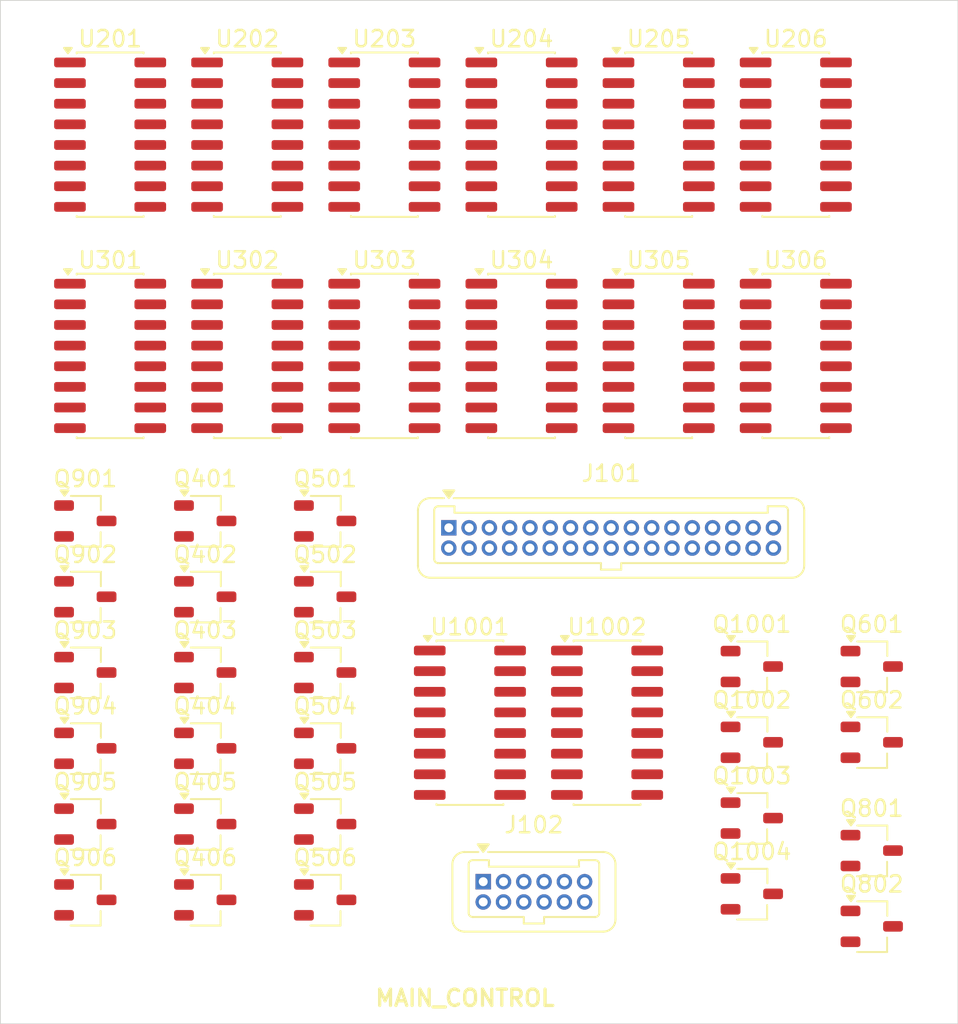
<source format=kicad_pcb>
(kicad_pcb (version 20241229) (generator "pcbnew") (generator_version "9.0")
  (layers (0 "F.Cu" signal) (2 "B.Cu" signal) (13 "F.Paste" user) (15 "B.Paste" user) (5 "F.SilkS" user "F.Silkscreen") (7 "B.SilkS" user "B.Silkscreen") (1 "F.Mask" user) (3 "B.Mask" user) (25 "Edge.Cuts" user))
  (net 0 "")
  (net 35 "/CTRL4")
  (net 36 "LSL0")
  (net 37 "Net-(Q401-D)")
  (net 38 "VCC")
  (net 39 "Net-(Q402-D)")
  (net 40 "/CTRL3")
  (net 41 "/SIG1")
  (net 42 "Net-(Q501-D)")
  (net 43 "/not_7/Y")
  (net 44 "Net-(Q502-D)")
  (net 45 "/CTRL2")
  (net 46 "/and2_9/B")
  (net 47 "/and2_9/nand2_1/Y")
  (net 48 "/SIG0")
  (net 49 "/CTRL1")
  (net 50 "Net-(Q901-D)")
  (net 51 "Net-(Q902-D)")
  (net 52 "/CTRL0")
  (net 53 "/CMP_NOT_SEL")
  (net 54 "Net-(Q1002-S)")
  (net 55 "ASR1")
  (net 56 "Net-(U201-Zc)")
  (net 57 "Net-(U201-Za)")
  (net 58 "ASR2")
  (net 59 "ASR3")
  (net 60 "ASR0")
  (net 61 "Net-(U201-Zd)")
  (net 62 "Net-(U201-Zb)")
  (net 63 "LSL1")
  (net 64 "Net-(U202-Za)")
  (net 65 "ASR5")
  (net 66 "ASR4")
  (net 67 "ASR6")
  (net 68 "Net-(U202-Zb)")
  (net 69 "Net-(U202-Zc)")
  (net 70 "Net-(U202-Zd)")
  (net 71 "Net-(U203-Zc)")
  (net 72 "Net-(U203-Za)")
  (net 73 "Net-(U203-Zd)")
  (net 74 "Net-(U203-Zb)")
  (net 75 "Net-(U204-Za)")
  (net 76 "Net-(U204-Zb)")
  (net 77 "Net-(U204-Zd)")
  (net 78 "Net-(U204-Zc)")
  (net 79 "/X2")
  (net 80 "/X3")
  (net 81 "/X0")
  (net 82 "/X1")
  (net 83 "/X4")
  (net 84 "/X5")
  (net 85 "/X7")
  (net 86 "/X6")
  (net 87 "/SUM0")
  (net 88 "/SUM2")
  (net 89 "/SUM1")
  (net 90 "Net-(U301-Za)")
  (net 91 "Net-(U301-Zd)")
  (net 92 "Net-(U301-Zb)")
  (net 93 "/SUM3")
  (net 94 "Net-(U301-Zc)")
  (net 95 "/SUM5")
  (net 96 "/SUM6")
  (net 97 "/SUM7")
  (net 98 "Net-(U302-Zc)")
  (net 99 "Net-(U302-Za)")
  (net 100 "Net-(U302-Zb)")
  (net 101 "Net-(U302-Zd)")
  (net 102 "/SUM4")
  (net 103 "LG_OUT1")
  (net 104 "Net-(U303-Zc)")
  (net 105 "/W3")
  (net 106 "Net-(U303-Zb)")
  (net 107 "/W0")
  (net 108 "/W2")
  (net 109 "Net-(U303-Za)")
  (net 110 "LG_OUT3")
  (net 111 "Net-(U303-Zd)")
  (net 112 "/W1")
  (net 113 "LG_OUT2")
  (net 114 "LG_OUT0")
  (net 115 "Net-(U304-Zc)")
  (net 116 "/W6")
  (net 117 "/W7")
  (net 118 "LG_OUT5")
  (net 119 "/W4")
  (net 120 "/W5")
  (net 121 "Net-(U304-Za)")
  (net 122 "Net-(U304-Zb)")
  (net 123 "LG_OUT4")
  (net 124 "Net-(U304-Zd)")
  (net 125 "LG_OUT6")
  (net 126 "LG_OUT7")
  (net 127 "/FINAL0")
  (net 128 "/FINAL2")
  (net 129 "/FINAL3")
  (net 130 "/FINAL1")
  (net 131 "/FINAL4")
  (net 132 "/FINAL7")
  (net 133 "/FINAL5")
  (net 134 "/FINAL6")
  (net 135 "!A!B0")
  (net 136 "!A!B3")
  (net 137 "CMP2")
  (net 138 "CMP1")
  (net 139 "!A!B1")
  (net 140 "!A!B2")
  (net 141 "CMP0")
  (net 142 "CMP3")
  (net 143 "CMP6")
  (net 144 "!A!B7")
  (net 145 "!A!B4")
  (net 146 "CMP5")
  (net 147 "!A!B6")
  (net 148 "CMP7")
  (net 149 "!A!B5")
  (net 150 "CMP4")
  (footprint "Package_SO:SOIC-16_3.9x9.9mm_P1.27mm" (layer "F.Cu") (at 153.01 108.265)
    (property "Reference" "U206" (at 0 -5.9 0) (layer "F.SilkS"))
    (property "Value" "74HC157")
    (pad "1" smd roundrect (at -2.475 -4.445) (size 1.95 0.6) (layers "F.Cu" "F.Mask" "F.Paste") (net 52 "/CTRL0"))
    (pad "2" smd roundrect (at -2.475 -3.175) (size 1.95 0.6) (layers "F.Cu" "F.Mask" "F.Paste") (net 72 "Net-(U203-Za)"))
    (pad "3" smd roundrect (at -2.475 -1.905) (size 1.95 0.6) (layers "F.Cu" "F.Mask" "F.Paste") (net 75 "Net-(U204-Za)"))
    (pad "4" smd roundrect (at -2.475 -0.635) (size 1.95 0.6) (layers "F.Cu" "F.Mask" "F.Paste") (net 83 "/X4"))
    (pad "5" smd roundrect (at -2.475 0.635) (size 1.95 0.6) (layers "F.Cu" "F.Mask" "F.Paste") (net 74 "Net-(U203-Zb)"))
    (pad "6" smd roundrect (at -2.475 1.905) (size 1.95 0.6) (layers "F.Cu" "F.Mask" "F.Paste") (net 76 "Net-(U204-Zb)"))
    (pad "7" smd roundrect (at -2.475 3.175) (size 1.95 0.6) (layers "F.Cu" "F.Mask" "F.Paste") (net 84 "/X5"))
    (pad "8" smd roundrect (at -2.475 4.445) (size 1.95 0.6) (layers "F.Cu" "F.Mask" "F.Paste") (net 36 "LSL0"))
    (pad "9" smd roundrect (at 2.475 4.445) (size 1.95 0.6) (layers "F.Cu" "F.Mask" "F.Paste") (net 86 "/X6"))
    (pad "10" smd roundrect (at 2.475 3.175) (size 1.95 0.6) (layers "F.Cu" "F.Mask" "F.Paste") (net 78 "Net-(U204-Zc)"))
    (pad "11" smd roundrect (at 2.475 1.905) (size 1.95 0.6) (layers "F.Cu" "F.Mask" "F.Paste") (net 71 "Net-(U203-Zc)"))
    (pad "12" smd roundrect (at 2.475 0.635) (size 1.95 0.6) (layers "F.Cu" "F.Mask" "F.Paste") (net 85 "/X7"))
    (pad "13" smd roundrect (at 2.475 -0.635) (size 1.95 0.6) (layers "F.Cu" "F.Mask" "F.Paste") (net 77 "Net-(U204-Zd)"))
    (pad "14" smd roundrect (at 2.475 -1.905) (size 1.95 0.6) (layers "F.Cu" "F.Mask" "F.Paste") (net 73 "Net-(U203-Zd)"))
    (pad "15" smd roundrect (at 2.475 -3.175) (size 1.95 0.6) (layers "F.Cu" "F.Mask" "F.Paste") (net 36 "LSL0"))
    (pad "16" smd roundrect (at 2.475 -4.445) (size 1.95 0.6) (layers "F.Cu" "F.Mask" "F.Paste") (net 38 "VCC"))
  )
  (footprint "Package_TO_SOT_SMD:TSOT-23" (layer "F.Cu") (at 109.23 136.71)
    (property "Reference" "Q902" (at 0 -2.6 0) (layer "F.SilkS"))
    (property "Value" "PMOS")
    (pad "1" smd roundrect (at -1.31 -0.95) (size 1.22 0.65) (layers "F.Cu" "F.Mask" "F.Paste") (net 51 "Net-(Q902-D)"))
    (pad "2" smd roundrect (at -1.31 0.95) (size 1.22 0.65) (layers "F.Cu" "F.Mask" "F.Paste") (net 49 "/CTRL1"))
    (pad "3" smd roundrect (at 1.31 0) (size 1.22 0.65) (layers "F.Cu" "F.Mask" "F.Paste") (net 38 "VCC"))
  )
  (footprint "Package_SO:SOIC-16_3.9x9.9mm_P1.27mm" (layer "F.Cu") (at 127.66 121.885)
    (property "Reference" "U303" (at 0 -5.9 0) (layer "F.SilkS"))
    (property "Value" "74HC157")
    (pad "1" smd roundrect (at -2.475 -4.445) (size 1.95 0.6) (layers "F.Cu" "F.Mask" "F.Paste") (net 41 "/SIG1"))
    (pad "2" smd roundrect (at -2.475 -3.175) (size 1.95 0.6) (layers "F.Cu" "F.Mask" "F.Paste") (net 114 "LG_OUT0"))
    (pad "3" smd roundrect (at -2.475 -1.905) (size 1.95 0.6) (layers "F.Cu" "F.Mask" "F.Paste") (net 107 "/W0"))
    (pad "4" smd roundrect (at -2.475 -0.635) (size 1.95 0.6) (layers "F.Cu" "F.Mask" "F.Paste") (net 109 "Net-(U303-Za)"))
    (pad "5" smd roundrect (at -2.475 0.635) (size 1.95 0.6) (layers "F.Cu" "F.Mask" "F.Paste") (net 103 "LG_OUT1"))
    (pad "6" smd roundrect (at -2.475 1.905) (size 1.95 0.6) (layers "F.Cu" "F.Mask" "F.Paste") (net 112 "/W1"))
    (pad "7" smd roundrect (at -2.475 3.175) (size 1.95 0.6) (layers "F.Cu" "F.Mask" "F.Paste") (net 106 "Net-(U303-Zb)"))
    (pad "8" smd roundrect (at -2.475 4.445) (size 1.95 0.6) (layers "F.Cu" "F.Mask" "F.Paste") (net 36 "LSL0"))
    (pad "9" smd roundrect (at 2.475 4.445) (size 1.95 0.6) (layers "F.Cu" "F.Mask" "F.Paste") (net 104 "Net-(U303-Zc)"))
    (pad "10" smd roundrect (at 2.475 3.175) (size 1.95 0.6) (layers "F.Cu" "F.Mask" "F.Paste") (net 108 "/W2"))
    (pad "11" smd roundrect (at 2.475 1.905) (size 1.95 0.6) (layers "F.Cu" "F.Mask" "F.Paste") (net 113 "LG_OUT2"))
    (pad "12" smd roundrect (at 2.475 0.635) (size 1.95 0.6) (layers "F.Cu" "F.Mask" "F.Paste") (net 111 "Net-(U303-Zd)"))
    (pad "13" smd roundrect (at 2.475 -0.635) (size 1.95 0.6) (layers "F.Cu" "F.Mask" "F.Paste") (net 105 "/W3"))
    (pad "14" smd roundrect (at 2.475 -1.905) (size 1.95 0.6) (layers "F.Cu" "F.Mask" "F.Paste") (net 110 "LG_OUT3"))
    (pad "15" smd roundrect (at 2.475 -3.175) (size 1.95 0.6) (layers "F.Cu" "F.Mask" "F.Paste") (net 36 "LSL0"))
    (pad "16" smd roundrect (at 2.475 -4.445) (size 1.95 0.6) (layers "F.Cu" "F.Mask" "F.Paste") (net 38 "VCC"))
  )
  (footprint "Package_SO:SOIC-16_3.9x9.9mm_P1.27mm" (layer "F.Cu") (at 119.21 108.265)
    (property "Reference" "U202" (at 0 -5.9 0) (layer "F.SilkS"))
    (property "Value" "74HC157")
    (pad "1" smd roundrect (at -2.475 -4.445) (size 1.95 0.6) (layers "F.Cu" "F.Mask" "F.Paste") (net 49 "/CTRL1"))
    (pad "2" smd roundrect (at -2.475 -3.175) (size 1.95 0.6) (layers "F.Cu" "F.Mask" "F.Paste") (net 58 "ASR2"))
    (pad "3" smd roundrect (at -2.475 -1.905) (size 1.95 0.6) (layers "F.Cu" "F.Mask" "F.Paste") (net 66 "ASR4"))
    (pad "4" smd roundrect (at -2.475 -0.635) (size 1.95 0.6) (layers "F.Cu" "F.Mask" "F.Paste") (net 64 "Net-(U202-Za)"))
    (pad "5" smd roundrect (at -2.475 0.635) (size 1.95 0.6) (layers "F.Cu" "F.Mask" "F.Paste") (net 59 "ASR3"))
    (pad "6" smd roundrect (at -2.475 1.905) (size 1.95 0.6) (layers "F.Cu" "F.Mask" "F.Paste") (net 65 "ASR5"))
    (pad "7" smd roundrect (at -2.475 3.175) (size 1.95 0.6) (layers "F.Cu" "F.Mask" "F.Paste") (net 68 "Net-(U202-Zb)"))
    (pad "8" smd roundrect (at -2.475 4.445) (size 1.95 0.6) (layers "F.Cu" "F.Mask" "F.Paste") (net 36 "LSL0"))
    (pad "9" smd roundrect (at 2.475 4.445) (size 1.95 0.6) (layers "F.Cu" "F.Mask" "F.Paste") (net 69 "Net-(U202-Zc)"))
    (pad "10" smd roundrect (at 2.475 3.175) (size 1.95 0.6) (layers "F.Cu" "F.Mask" "F.Paste") (net 67 "ASR6"))
    (pad "11" smd roundrect (at 2.475 1.905) (size 1.95 0.6) (layers "F.Cu" "F.Mask" "F.Paste") (net 66 "ASR4"))
    (pad "12" smd roundrect (at 2.475 0.635) (size 1.95 0.6) (layers "F.Cu" "F.Mask" "F.Paste") (net 70 "Net-(U202-Zd)"))
    (pad "13" smd roundrect (at 2.475 -0.635) (size 1.95 0.6) (layers "F.Cu" "F.Mask" "F.Paste") (net 36 "LSL0"))
    (pad "14" smd roundrect (at 2.475 -1.905) (size 1.95 0.6) (layers "F.Cu" "F.Mask" "F.Paste") (net 65 "ASR5"))
    (pad "15" smd roundrect (at 2.475 -3.175) (size 1.95 0.6) (layers "F.Cu" "F.Mask" "F.Paste") (net 36 "LSL0"))
    (pad "16" smd roundrect (at 2.475 -4.445) (size 1.95 0.6) (layers "F.Cu" "F.Mask" "F.Paste") (net 38 "VCC"))
  )
  (footprint "Package_TO_SOT_SMD:TSOT-23" (layer "F.Cu") (at 157.69 141.005)
    (property "Reference" "Q601" (at 0 -2.6 0) (layer "F.SilkS"))
    (property "Value" "PMOS")
    (pad "1" smd roundrect (at -1.31 -0.95) (size 1.22 0.65) (layers "F.Cu" "F.Mask" "F.Paste") (net 48 "/SIG0"))
    (pad "2" smd roundrect (at -1.31 0.95) (size 1.22 0.65) (layers "F.Cu" "F.Mask" "F.Paste") (net 47 "/and2_9/nand2_1/Y"))
    (pad "3" smd roundrect (at 1.31 0) (size 1.22 0.65) (layers "F.Cu" "F.Mask" "F.Paste") (net 38 "VCC"))
  )
  (footprint "Package_TO_SOT_SMD:TSOT-23" (layer "F.Cu") (at 124.01 132.045)
    (property "Reference" "Q501" (at 0 -2.6 0) (layer "F.SilkS"))
    (property "Value" "NMOS")
    (pad "1" smd roundrect (at -1.31 -0.95) (size 1.22 0.65) (layers "F.Cu" "F.Mask" "F.Paste") (net 42 "Net-(Q501-D)"))
    (pad "2" smd roundrect (at -1.31 0.95) (size 1.22 0.65) (layers "F.Cu" "F.Mask" "F.Paste") (net 43 "/not_7/Y"))
    (pad "3" smd roundrect (at 1.31 0) (size 1.22 0.65) (layers "F.Cu" "F.Mask" "F.Paste") (net 36 "LSL0"))
  )
  (footprint "Package_TO_SOT_SMD:TSOT-23" (layer "F.Cu") (at 109.23 150.705)
    (property "Reference" "Q905" (at 0 -2.6 0) (layer "F.SilkS"))
    (property "Value" "PMOS")
    (pad "1" smd roundrect (at -1.31 -0.95) (size 1.22 0.65) (layers "F.Cu" "F.Mask" "F.Paste") (net 53 "/CMP_NOT_SEL"))
    (pad "2" smd roundrect (at -1.31 0.95) (size 1.22 0.65) (layers "F.Cu" "F.Mask" "F.Paste") (net 50 "Net-(Q901-D)"))
    (pad "3" smd roundrect (at 1.31 0) (size 1.22 0.65) (layers "F.Cu" "F.Mask" "F.Paste") (net 38 "VCC"))
  )
  (footprint "Package_TO_SOT_SMD:TSOT-23" (layer "F.Cu") (at 124.01 136.71)
    (property "Reference" "Q502" (at 0 -2.6 0) (layer "F.SilkS"))
    (property "Value" "PMOS")
    (pad "1" smd roundrect (at -1.31 -0.95) (size 1.22 0.65) (layers "F.Cu" "F.Mask" "F.Paste") (net 44 "Net-(Q502-D)"))
    (pad "2" smd roundrect (at -1.31 0.95) (size 1.22 0.65) (layers "F.Cu" "F.Mask" "F.Paste") (net 43 "/not_7/Y"))
    (pad "3" smd roundrect (at 1.31 0) (size 1.22 0.65) (layers "F.Cu" "F.Mask" "F.Paste") (net 38 "VCC"))
  )
  (footprint "Package_TO_SOT_SMD:TSOT-23" (layer "F.Cu") (at 124.01 141.375)
    (property "Reference" "Q503" (at 0 -2.6 0) (layer "F.SilkS"))
    (property "Value" "PMOS")
    (pad "1" smd roundrect (at -1.31 -0.95) (size 1.22 0.65) (layers "F.Cu" "F.Mask" "F.Paste") (net 42 "Net-(Q501-D)"))
    (pad "2" smd roundrect (at -1.31 0.95) (size 1.22 0.65) (layers "F.Cu" "F.Mask" "F.Paste") (net 45 "/CTRL2"))
    (pad "3" smd roundrect (at 1.31 0) (size 1.22 0.65) (layers "F.Cu" "F.Mask" "F.Paste") (net 44 "Net-(Q502-D)"))
  )
  (footprint "Package_TO_SOT_SMD:TSOT-23" (layer "F.Cu") (at 116.62 150.705)
    (property "Reference" "Q405" (at 0 -2.6 0) (layer "F.SilkS"))
    (property "Value" "PMOS")
    (pad "1" smd roundrect (at -1.31 -0.95) (size 1.22 0.65) (layers "F.Cu" "F.Mask" "F.Paste") (net 41 "/SIG1"))
    (pad "2" smd roundrect (at -1.31 0.95) (size 1.22 0.65) (layers "F.Cu" "F.Mask" "F.Paste") (net 37 "Net-(Q401-D)"))
    (pad "3" smd roundrect (at 1.31 0) (size 1.22 0.65) (layers "F.Cu" "F.Mask" "F.Paste") (net 38 "VCC"))
  )
  (footprint "Package_SO:SOIC-16_3.9x9.9mm_P1.27mm" (layer "F.Cu") (at 144.56 108.265)
    (property "Reference" "U205" (at 0 -5.9 0) (layer "F.SilkS"))
    (property "Value" "74HC157")
    (pad "1" smd roundrect (at -2.475 -4.445) (size 1.95 0.6) (layers "F.Cu" "F.Mask" "F.Paste") (net 52 "/CTRL0"))
    (pad "2" smd roundrect (at -2.475 -3.175) (size 1.95 0.6) (layers "F.Cu" "F.Mask" "F.Paste") (net 57 "Net-(U201-Za)"))
    (pad "3" smd roundrect (at -2.475 -1.905) (size 1.95 0.6) (layers "F.Cu" "F.Mask" "F.Paste") (net 64 "Net-(U202-Za)"))
    (pad "4" smd roundrect (at -2.475 -0.635) (size 1.95 0.6) (layers "F.Cu" "F.Mask" "F.Paste") (net 81 "/X0"))
    (pad "5" smd roundrect (at -2.475 0.635) (size 1.95 0.6) (layers "F.Cu" "F.Mask" "F.Paste") (net 62 "Net-(U201-Zb)"))
    (pad "6" smd roundrect (at -2.475 1.905) (size 1.95 0.6) (layers "F.Cu" "F.Mask" "F.Paste") (net 68 "Net-(U202-Zb)"))
    (pad "7" smd roundrect (at -2.475 3.175) (size 1.95 0.6) (layers "F.Cu" "F.Mask" "F.Paste") (net 82 "/X1"))
    (pad "8" smd roundrect (at -2.475 4.445) (size 1.95 0.6) (layers "F.Cu" "F.Mask" "F.Paste") (net 36 "LSL0"))
    (pad "9" smd roundrect (at 2.475 4.445) (size 1.95 0.6) (layers "F.Cu" "F.Mask" "F.Paste") (net 79 "/X2"))
    (pad "10" smd roundrect (at 2.475 3.175) (size 1.95 0.6) (layers "F.Cu" "F.Mask" "F.Paste") (net 69 "Net-(U202-Zc)"))
    (pad "11" smd roundrect (at 2.475 1.905) (size 1.95 0.6) (layers "F.Cu" "F.Mask" "F.Paste") (net 56 "Net-(U201-Zc)"))
    (pad "12" smd roundrect (at 2.475 0.635) (size 1.95 0.6) (layers "F.Cu" "F.Mask" "F.Paste") (net 80 "/X3"))
    (pad "13" smd roundrect (at 2.475 -0.635) (size 1.95 0.6) (layers "F.Cu" "F.Mask" "F.Paste") (net 70 "Net-(U202-Zd)"))
    (pad "14" smd roundrect (at 2.475 -1.905) (size 1.95 0.6) (layers "F.Cu" "F.Mask" "F.Paste") (net 61 "Net-(U201-Zd)"))
    (pad "15" smd roundrect (at 2.475 -3.175) (size 1.95 0.6) (layers "F.Cu" "F.Mask" "F.Paste") (net 36 "LSL0"))
    (pad "16" smd roundrect (at 2.475 -4.445) (size 1.95 0.6) (layers "F.Cu" "F.Mask" "F.Paste") (net 38 "VCC"))
  )
  (footprint "Package_SO:SOIC-16_3.9x9.9mm_P1.27mm" (layer "F.Cu") (at 144.56 121.885)
    (property "Reference" "U305" (at 0 -5.9 0) (layer "F.SilkS"))
    (property "Value" "74HC157")
    (pad "1" smd roundrect (at -2.475 -4.445) (size 1.95 0.6) (layers "F.Cu" "F.Mask" "F.Paste") (net 48 "/SIG0"))
    (pad "2" smd roundrect (at -2.475 -3.175) (size 1.95 0.6) (layers "F.Cu" "F.Mask" "F.Paste") (net 90 "Net-(U301-Za)"))
    (pad "3" smd roundrect (at -2.475 -1.905) (size 1.95 0.6) (layers "F.Cu" "F.Mask" "F.Paste") (net 99 "Net-(U302-Za)"))
    (pad "4" smd roundrect (at -2.475 -0.635) (size 1.95 0.6) (layers "F.Cu" "F.Mask" "F.Paste") (net 127 "/FINAL0"))
    (pad "5" smd roundrect (at -2.475 0.635) (size 1.95 0.6) (layers "F.Cu" "F.Mask" "F.Paste") (net 92 "Net-(U301-Zb)"))
    (pad "6" smd roundrect (at -2.475 1.905) (size 1.95 0.6) (layers "F.Cu" "F.Mask" "F.Paste") (net 100 "Net-(U302-Zb)"))
    (pad "7" smd roundrect (at -2.475 3.175) (size 1.95 0.6) (layers "F.Cu" "F.Mask" "F.Paste") (net 130 "/FINAL1"))
    (pad "8" smd roundrect (at -2.475 4.445) (size 1.95 0.6) (layers "F.Cu" "F.Mask" "F.Paste") (net 36 "LSL0"))
    (pad "9" smd roundrect (at 2.475 4.445) (size 1.95 0.6) (layers "F.Cu" "F.Mask" "F.Paste") (net 128 "/FINAL2"))
    (pad "10" smd roundrect (at 2.475 3.175) (size 1.95 0.6) (layers "F.Cu" "F.Mask" "F.Paste") (net 98 "Net-(U302-Zc)"))
    (pad "11" smd roundrect (at 2.475 1.905) (size 1.95 0.6) (layers "F.Cu" "F.Mask" "F.Paste") (net 94 "Net-(U301-Zc)"))
    (pad "12" smd roundrect (at 2.475 0.635) (size 1.95 0.6) (layers "F.Cu" "F.Mask" "F.Paste") (net 129 "/FINAL3"))
    (pad "13" smd roundrect (at 2.475 -0.635) (size 1.95 0.6) (layers "F.Cu" "F.Mask" "F.Paste") (net 101 "Net-(U302-Zd)"))
    (pad "14" smd roundrect (at 2.475 -1.905) (size 1.95 0.6) (layers "F.Cu" "F.Mask" "F.Paste") (net 91 "Net-(U301-Zd)"))
    (pad "15" smd roundrect (at 2.475 -3.175) (size 1.95 0.6) (layers "F.Cu" "F.Mask" "F.Paste") (net 36 "LSL0"))
    (pad "16" smd roundrect (at 2.475 -4.445) (size 1.95 0.6) (layers "F.Cu" "F.Mask" "F.Paste") (net 38 "VCC"))
  )
  (footprint "Package_TO_SOT_SMD:TSOT-23" (layer "F.Cu") (at 150.3 150.335)
    (property "Reference" "Q1003" (at 0 -2.6 0) (layer "F.SilkS"))
    (property "Value" "NMOS")
    (pad "1" smd roundrect (at -1.31 -0.95) (size 1.22 0.65) (layers "F.Cu" "F.Mask" "F.Paste") (net 54 "Net-(Q1002-S)"))
    (pad "2" smd roundrect (at -1.31 0.95) (size 1.22 0.65) (layers "F.Cu" "F.Mask" "F.Paste") (net 35 "/CTRL4"))
    (pad "3" smd roundrect (at 1.31 0) (size 1.22 0.65) (layers "F.Cu" "F.Mask" "F.Paste") (net 36 "LSL0"))
  )
  (footprint "Package_SO:SOIC-16_3.9x9.9mm_P1.27mm" (layer "F.Cu") (at 136.11 121.885)
    (property "Reference" "U304" (at 0 -5.9 0) (layer "F.SilkS"))
    (property "Value" "74HC157")
    (pad "1" smd roundrect (at -2.475 -4.445) (size 1.95 0.6) (layers "F.Cu" "F.Mask" "F.Paste") (net 41 "/SIG1"))
    (pad "2" smd roundrect (at -2.475 -3.175) (size 1.95 0.6) (layers "F.Cu" "F.Mask" "F.Paste") (net 123 "LG_OUT4"))
    (pad "3" smd roundrect (at -2.475 -1.905) (size 1.95 0.6) (layers "F.Cu" "F.Mask" "F.Paste") (net 119 "/W4"))
    (pad "4" smd roundrect (at -2.475 -0.635) (size 1.95 0.6) (layers "F.Cu" "F.Mask" "F.Paste") (net 121 "Net-(U304-Za)"))
    (pad "5" smd roundrect (at -2.475 0.635) (size 1.95 0.6) (layers "F.Cu" "F.Mask" "F.Paste") (net 118 "LG_OUT5"))
    (pad "6" smd roundrect (at -2.475 1.905) (size 1.95 0.6) (layers "F.Cu" "F.Mask" "F.Paste") (net 120 "/W5"))
    (pad "7" smd roundrect (at -2.475 3.175) (size 1.95 0.6) (layers "F.Cu" "F.Mask" "F.Paste") (net 122 "Net-(U304-Zb)"))
    (pad "8" smd roundrect (at -2.475 4.445) (size 1.95 0.6) (layers "F.Cu" "F.Mask" "F.Paste") (net 36 "LSL0"))
    (pad "9" smd roundrect (at 2.475 4.445) (size 1.95 0.6) (layers "F.Cu" "F.Mask" "F.Paste") (net 115 "Net-(U304-Zc)"))
    (pad "10" smd roundrect (at 2.475 3.175) (size 1.95 0.6) (layers "F.Cu" "F.Mask" "F.Paste") (net 116 "/W6"))
    (pad "11" smd roundrect (at 2.475 1.905) (size 1.95 0.6) (layers "F.Cu" "F.Mask" "F.Paste") (net 125 "LG_OUT6"))
    (pad "12" smd roundrect (at 2.475 0.635) (size 1.95 0.6) (layers "F.Cu" "F.Mask" "F.Paste") (net 124 "Net-(U304-Zd)"))
    (pad "13" smd roundrect (at 2.475 -0.635) (size 1.95 0.6) (layers "F.Cu" "F.Mask" "F.Paste") (net 117 "/W7"))
    (pad "14" smd roundrect (at 2.475 -1.905) (size 1.95 0.6) (layers "F.Cu" "F.Mask" "F.Paste") (net 126 "LG_OUT7"))
    (pad "15" smd roundrect (at 2.475 -3.175) (size 1.95 0.6) (layers "F.Cu" "F.Mask" "F.Paste") (net 36 "LSL0"))
    (pad "16" smd roundrect (at 2.475 -4.445) (size 1.95 0.6) (layers "F.Cu" "F.Mask" "F.Paste") (net 38 "VCC"))
  )
  (footprint "Package_TO_SOT_SMD:TSOT-23" (layer "F.Cu") (at 116.62 132.045)
    (property "Reference" "Q401" (at 0 -2.6 0) (layer "F.SilkS"))
    (property "Value" "NMOS")
    (pad "1" smd roundrect (at -1.31 -0.95) (size 1.22 0.65) (layers "F.Cu" "F.Mask" "F.Paste") (net 37 "Net-(Q401-D)"))
    (pad "2" smd roundrect (at -1.31 0.95) (size 1.22 0.65) (layers "F.Cu" "F.Mask" "F.Paste") (net 35 "/CTRL4"))
    (pad "3" smd roundrect (at 1.31 0) (size 1.22 0.65) (layers "F.Cu" "F.Mask" "F.Paste") (net 36 "LSL0"))
  )
  (footprint "Package_SO:SOIC-16_3.9x9.9mm_P1.27mm" (layer "F.Cu") (at 110.76 108.265)
    (property "Reference" "U201" (at 0 -5.9 0) (layer "F.SilkS"))
    (property "Value" "74HC157")
    (pad "1" smd roundrect (at -2.475 -4.445) (size 1.95 0.6) (layers "F.Cu" "F.Mask" "F.Paste") (net 49 "/CTRL1"))
    (pad "2" smd roundrect (at -2.475 -3.175) (size 1.95 0.6) (layers "F.Cu" "F.Mask" "F.Paste") (net 36 "LSL0"))
    (pad "3" smd roundrect (at -2.475 -1.905) (size 1.95 0.6) (layers "F.Cu" "F.Mask" "F.Paste") (net 60 "ASR0"))
    (pad "4" smd roundrect (at -2.475 -0.635) (size 1.95 0.6) (layers "F.Cu" "F.Mask" "F.Paste") (net 57 "Net-(U201-Za)"))
    (pad "5" smd roundrect (at -2.475 0.635) (size 1.95 0.6) (layers "F.Cu" "F.Mask" "F.Paste") (net 63 "LSL1"))
    (pad "6" smd roundrect (at -2.475 1.905) (size 1.95 0.6) (layers "F.Cu" "F.Mask" "F.Paste") (net 55 "ASR1"))
    (pad "7" smd roundrect (at -2.475 3.175) (size 1.95 0.6) (layers "F.Cu" "F.Mask" "F.Paste") (net 62 "Net-(U201-Zb)"))
    (pad "8" smd roundrect (at -2.475 4.445) (size 1.95 0.6) (layers "F.Cu" "F.Mask" "F.Paste") (net 36 "LSL0"))
    (pad "9" smd roundrect (at 2.475 4.445) (size 1.95 0.6) (layers "F.Cu" "F.Mask" "F.Paste") (net 56 "Net-(U201-Zc)"))
    (pad "10" smd roundrect (at 2.475 3.175) (size 1.95 0.6) (layers "F.Cu" "F.Mask" "F.Paste") (net 58 "ASR2"))
    (pad "11" smd roundrect (at 2.475 1.905) (size 1.95 0.6) (layers "F.Cu" "F.Mask" "F.Paste") (net 60 "ASR0"))
    (pad "12" smd roundrect (at 2.475 0.635) (size 1.95 0.6) (layers "F.Cu" "F.Mask" "F.Paste") (net 61 "Net-(U201-Zd)"))
    (pad "13" smd roundrect (at 2.475 -0.635) (size 1.95 0.6) (layers "F.Cu" "F.Mask" "F.Paste") (net 59 "ASR3"))
    (pad "14" smd roundrect (at 2.475 -1.905) (size 1.95 0.6) (layers "F.Cu" "F.Mask" "F.Paste") (net 55 "ASR1"))
    (pad "15" smd roundrect (at 2.475 -3.175) (size 1.95 0.6) (layers "F.Cu" "F.Mask" "F.Paste") (net 36 "LSL0"))
    (pad "16" smd roundrect (at 2.475 -4.445) (size 1.95 0.6) (layers "F.Cu" "F.Mask" "F.Paste") (net 38 "VCC"))
  )
  (footprint "Package_TO_SOT_SMD:TSOT-23" (layer "F.Cu") (at 124.01 155.37)
    (property "Reference" "Q506" (at 0 -2.6 0) (layer "F.SilkS"))
    (property "Value" "NMOS")
    (pad "1" smd roundrect (at -1.31 -0.95) (size 1.22 0.65) (layers "F.Cu" "F.Mask" "F.Paste") (net 46 "/and2_9/B"))
    (pad "2" smd roundrect (at -1.31 0.95) (size 1.22 0.65) (layers "F.Cu" "F.Mask" "F.Paste") (net 42 "Net-(Q501-D)"))
    (pad "3" smd roundrect (at 1.31 0) (size 1.22 0.65) (layers "F.Cu" "F.Mask" "F.Paste") (net 36 "LSL0"))
  )
  (footprint "Package_TO_SOT_SMD:TSOT-23" (layer "F.Cu") (at 157.69 145.67)
    (property "Reference" "Q602" (at 0 -2.6 0) (layer "F.SilkS"))
    (property "Value" "NMOS")
    (pad "1" smd roundrect (at -1.31 -0.95) (size 1.22 0.65) (layers "F.Cu" "F.Mask" "F.Paste") (net 48 "/SIG0"))
    (pad "2" smd roundrect (at -1.31 0.95) (size 1.22 0.65) (layers "F.Cu" "F.Mask" "F.Paste") (net 47 "/and2_9/nand2_1/Y"))
    (pad "3" smd roundrect (at 1.31 0) (size 1.22 0.65) (layers "F.Cu" "F.Mask" "F.Paste") (net 36 "LSL0"))
  )
  (footprint "Package_SO:SOIC-16_3.9x9.9mm_P1.27mm" (layer "F.Cu") (at 127.66 108.265)
    (property "Reference" "U203" (at 0 -5.9 0) (layer "F.SilkS"))
    (property "Value" "74HC157")
    (pad "1" smd roundrect (at -2.475 -4.445) (size 1.95 0.6) (layers "F.Cu" "F.Mask" "F.Paste") (net 49 "/CTRL1"))
    (pad "2" smd roundrect (at -2.475 -3.175) (size 1.95 0.6) (layers "F.Cu" "F.Mask" "F.Paste") (net 60 "ASR0"))
    (pad "3" smd roundrect (at -2.475 -1.905) (size 1.95 0.6) (layers "F.Cu" "F.Mask" "F.Paste") (net 67 "ASR6"))
    (pad "4" smd roundrect (at -2.475 -0.635) (size 1.95 0.6) (layers "F.Cu" "F.Mask" "F.Paste") (net 72 "Net-(U203-Za)"))
    (pad "5" smd roundrect (at -2.475 0.635) (size 1.95 0.6) (layers "F.Cu" "F.Mask" "F.Paste") (net 55 "ASR1"))
    (pad "6" smd roundrect (at -2.475 1.905) (size 1.95 0.6) (layers "F.Cu" "F.Mask" "F.Paste") (net 65 "ASR5"))
    (pad "7" smd roundrect (at -2.475 3.175) (size 1.95 0.6) (layers "F.Cu" "F.Mask" "F.Paste") (net 74 "Net-(U203-Zb)"))
    (pad "8" smd roundrect (at -2.475 4.445) (size 1.95 0.6) (layers "F.Cu" "F.Mask" "F.Paste") (net 36 "LSL0"))
    (pad "9" smd roundrect (at 2.475 4.445) (size 1.95 0.6) (layers "F.Cu" "F.Mask" "F.Paste") (net 71 "Net-(U203-Zc)"))
    (pad "10" smd roundrect (at 2.475 3.175) (size 1.95 0.6) (layers "F.Cu" "F.Mask" "F.Paste") (net 66 "ASR4"))
    (pad "11" smd roundrect (at 2.475 1.905) (size 1.95 0.6) (layers "F.Cu" "F.Mask" "F.Paste") (net 58 "ASR2"))
    (pad "12" smd roundrect (at 2.475 0.635) (size 1.95 0.6) (layers "F.Cu" "F.Mask" "F.Paste") (net 73 "Net-(U203-Zd)"))
    (pad "13" smd roundrect (at 2.475 -0.635) (size 1.95 0.6) (layers "F.Cu" "F.Mask" "F.Paste") (net 59 "ASR3"))
    (pad "14" smd roundrect (at 2.475 -1.905) (size 1.95 0.6) (layers "F.Cu" "F.Mask" "F.Paste") (net 59 "ASR3"))
    (pad "15" smd roundrect (at 2.475 -3.175) (size 1.95 0.6) (layers "F.Cu" "F.Mask" "F.Paste") (net 36 "LSL0"))
    (pad "16" smd roundrect (at 2.475 -4.445) (size 1.95 0.6) (layers "F.Cu" "F.Mask" "F.Paste") (net 38 "VCC"))
  )
  (footprint "Package_TO_SOT_SMD:TSOT-23" (layer "F.Cu") (at 157.69 152.335)
    (property "Reference" "Q801" (at 0 -2.6 0) (layer "F.SilkS"))
    (property "Value" "PMOS")
    (pad "1" smd roundrect (at -1.31 -0.95) (size 1.22 0.65) (layers "F.Cu" "F.Mask" "F.Paste") (net 43 "/not_7/Y"))
    (pad "2" smd roundrect (at -1.31 0.95) (size 1.22 0.65) (layers "F.Cu" "F.Mask" "F.Paste") (net 40 "/CTRL3"))
    (pad "3" smd roundrect (at 1.31 0) (size 1.22 0.65) (layers "F.Cu" "F.Mask" "F.Paste") (net 38 "VCC"))
  )
  (footprint "Package_TO_SOT_SMD:TSOT-23" (layer "F.Cu") (at 124.01 146.04)
    (property "Reference" "Q504" (at 0 -2.6 0) (layer "F.SilkS"))
    (property "Value" "NMOS")
    (pad "1" smd roundrect (at -1.31 -0.95) (size 1.22 0.65) (layers "F.Cu" "F.Mask" "F.Paste") (net 42 "Net-(Q501-D)"))
    (pad "2" smd roundrect (at -1.31 0.95) (size 1.22 0.65) (layers "F.Cu" "F.Mask" "F.Paste") (net 45 "/CTRL2"))
    (pad "3" smd roundrect (at 1.31 0) (size 1.22 0.65) (layers "F.Cu" "F.Mask" "F.Paste") (net 36 "LSL0"))
  )
  (footprint "Package_TO_SOT_SMD:TSOT-23" (layer "F.Cu") (at 116.62 136.71)
    (property "Reference" "Q402" (at 0 -2.6 0) (layer "F.SilkS"))
    (property "Value" "PMOS")
    (pad "1" smd roundrect (at -1.31 -0.95) (size 1.22 0.65) (layers "F.Cu" "F.Mask" "F.Paste") (net 39 "Net-(Q402-D)"))
    (pad "2" smd roundrect (at -1.31 0.95) (size 1.22 0.65) (layers "F.Cu" "F.Mask" "F.Paste") (net 35 "/CTRL4"))
    (pad "3" smd roundrect (at 1.31 0) (size 1.22 0.65) (layers "F.Cu" "F.Mask" "F.Paste") (net 38 "VCC"))
  )
  (footprint "Package_TO_SOT_SMD:TSOT-23" (layer "F.Cu") (at 150.3 145.67)
    (property "Reference" "Q1002" (at 0 -2.6 0) (layer "F.SilkS"))
    (property "Value" "NMOS")
    (pad "1" smd roundrect (at -1.31 -0.95) (size 1.22 0.65) (layers "F.Cu" "F.Mask" "F.Paste") (net 47 "/and2_9/nand2_1/Y"))
    (pad "2" smd roundrect (at -1.31 0.95) (size 1.22 0.65) (layers "F.Cu" "F.Mask" "F.Paste") (net 46 "/and2_9/B"))
    (pad "3" smd roundrect (at 1.31 0) (size 1.22 0.65) (layers "F.Cu" "F.Mask" "F.Paste") (net 54 "Net-(Q1002-S)"))
  )
  (footprint "Package_TO_SOT_SMD:TSOT-23" (layer "F.Cu") (at 150.3 141.005)
    (property "Reference" "Q1001" (at 0 -2.6 0) (layer "F.SilkS"))
    (property "Value" "PMOS")
    (pad "1" smd roundrect (at -1.31 -0.95) (size 1.22 0.65) (layers "F.Cu" "F.Mask" "F.Paste") (net 47 "/and2_9/nand2_1/Y"))
    (pad "2" smd roundrect (at -1.31 0.95) (size 1.22 0.65) (layers "F.Cu" "F.Mask" "F.Paste") (net 35 "/CTRL4"))
    (pad "3" smd roundrect (at 1.31 0) (size 1.22 0.65) (layers "F.Cu" "F.Mask" "F.Paste") (net 38 "VCC"))
  )
  (footprint "Connector_Harwin:Harwin_Gecko-G125-FVX1205L0X_2x06_P1.25mm_Vertical" (layer "F.Cu") (at 133.75 154.25)
    (property "Reference" "J102" (at 3.125 -3.5 0) (layer "F.SilkS"))
    (property "Value" "Conn_01x12_Socket")
    (pad "1" thru_hole rect (at 0 0) (size 0.95 0.95) (drill 0.55) (layers "*.Cu" "*.Mask"))
    (pad "2" thru_hole circle (at 1.25 0) (size 0.95 0.95) (drill 0.55) (layers "*.Cu" "*.Mask"))
    (pad "3" thru_hole circle (at 2.5 0) (size 0.95 0.95) (drill 0.55) (layers "*.Cu" "*.Mask"))
    (pad "4" thru_hole circle (at 3.75 0) (size 0.95 0.95) (drill 0.55) (layers "*.Cu" "*.Mask"))
    (pad "5" thru_hole circle (at 5 0) (size 0.95 0.95) (drill 0.55) (layers "*.Cu" "*.Mask"))
    (pad "6" thru_hole circle (at 6.25 0) (size 0.95 0.95) (drill 0.55) (layers "*.Cu" "*.Mask"))
    (pad "7" thru_hole circle (at 0 1.25) (size 0.95 0.95) (drill 0.55) (layers "*.Cu" "*.Mask"))
    (pad "8" thru_hole circle (at 1.25 1.25) (size 0.95 0.95) (drill 0.55) (layers "*.Cu" "*.Mask"))
    (pad "9" thru_hole circle (at 2.5 1.25) (size 0.95 0.95) (drill 0.55) (layers "*.Cu" "*.Mask"))
    (pad "10" thru_hole circle (at 3.75 1.25) (size 0.95 0.95) (drill 0.55) (layers "*.Cu" "*.Mask"))
    (pad "11" thru_hole circle (at 5 1.25) (size 0.95 0.95) (drill 0.55) (layers "*.Cu" "*.Mask"))
    (pad "12" thru_hole circle (at 6.25 1.25) (size 0.95 0.95) (drill 0.55) (layers "*.Cu" "*.Mask"))
  )
  (footprint "Package_SO:SOIC-16_3.9x9.9mm_P1.27mm" (layer "F.Cu") (at 132.93 144.465)
    (property "Reference" "U1001" (at 0 -5.9 0) (layer "F.SilkS"))
    (property "Value" "74HC157")
    (pad "1" smd roundrect (at -2.475 -4.445) (size 1.95 0.6) (layers "F.Cu" "F.Mask" "F.Paste") (net 53 "/CMP_NOT_SEL"))
    (pad "2" smd roundrect (at -2.475 -3.175) (size 1.95 0.6) (layers "F.Cu" "F.Mask" "F.Paste") (net 141 "CMP0"))
    (pad "3" smd roundrect (at -2.475 -1.905) (size 1.95 0.6) (layers "F.Cu" "F.Mask" "F.Paste") (net 135 "!A!B0"))
    (pad "4" smd roundrect (at -2.475 -0.635) (size 1.95 0.6) (layers "F.Cu" "F.Mask" "F.Paste") (net 107 "/W0"))
    (pad "5" smd roundrect (at -2.475 0.635) (size 1.95 0.6) (layers "F.Cu" "F.Mask" "F.Paste") (net 138 "CMP1"))
    (pad "6" smd roundrect (at -2.475 1.905) (size 1.95 0.6) (layers "F.Cu" "F.Mask" "F.Paste") (net 139 "!A!B1"))
    (pad "7" smd roundrect (at -2.475 3.175) (size 1.95 0.6) (layers "F.Cu" "F.Mask" "F.Paste") (net 112 "/W1"))
    (pad "8" smd roundrect (at -2.475 4.445) (size 1.95 0.6) (layers "F.Cu" "F.Mask" "F.Paste") (net 36 "LSL0"))
    (pad "9" smd roundrect (at 2.475 4.445) (size 1.95 0.6) (layers "F.Cu" "F.Mask" "F.Paste") (net 108 "/W2"))
    (pad "10" smd roundrect (at 2.475 3.175) (size 1.95 0.6) (layers "F.Cu" "F.Mask" "F.Paste") (net 140 "!A!B2"))
    (pad "11" smd roundrect (at 2.475 1.905) (size 1.95 0.6) (layers "F.Cu" "F.Mask" "F.Paste") (net 137 "CMP2"))
    (pad "12" smd roundrect (at 2.475 0.635) (size 1.95 0.6) (layers "F.Cu" "F.Mask" "F.Paste") (net 105 "/W3"))
    (pad "13" smd roundrect (at 2.475 -0.635) (size 1.95 0.6) (layers "F.Cu" "F.Mask" "F.Paste") (net 136 "!A!B3"))
    (pad "14" smd roundrect (at 2.475 -1.905) (size 1.95 0.6) (layers "F.Cu" "F.Mask" "F.Paste") (net 142 "CMP3"))
    (pad "15" smd roundrect (at 2.475 -3.175) (size 1.95 0.6) (layers "F.Cu" "F.Mask" "F.Paste") (net 36 "LSL0"))
    (pad "16" smd roundrect (at 2.475 -4.445) (size 1.95 0.6) (layers "F.Cu" "F.Mask" "F.Paste") (net 38 "VCC"))
  )
  (footprint "Package_TO_SOT_SMD:TSOT-23" (layer "F.Cu") (at 116.62 141.375)
    (property "Reference" "Q403" (at 0 -2.6 0) (layer "F.SilkS"))
    (property "Value" "PMOS")
    (pad "1" smd roundrect (at -1.31 -0.95) (size 1.22 0.65) (layers "F.Cu" "F.Mask" "F.Paste") (net 37 "Net-(Q401-D)"))
    (pad "2" smd roundrect (at -1.31 0.95) (size 1.22 0.65) (layers "F.Cu" "F.Mask" "F.Paste") (net 40 "/CTRL3"))
    (pad "3" smd roundrect (at 1.31 0) (size 1.22 0.65) (layers "F.Cu" "F.Mask" "F.Paste") (net 39 "Net-(Q402-D)"))
  )
  (footprint "Package_TO_SOT_SMD:TSOT-23" (layer "F.Cu") (at 109.23 155.37)
    (property "Reference" "Q906" (at 0 -2.6 0) (layer "F.SilkS"))
    (property "Value" "NMOS")
    (pad "1" smd roundrect (at -1.31 -0.95) (size 1.22 0.65) (layers "F.Cu" "F.Mask" "F.Paste") (net 53 "/CMP_NOT_SEL"))
    (pad "2" smd roundrect (at -1.31 0.95) (size 1.22 0.65) (layers "F.Cu" "F.Mask" "F.Paste") (net 50 "Net-(Q901-D)"))
    (pad "3" smd roundrect (at 1.31 0) (size 1.22 0.65) (layers "F.Cu" "F.Mask" "F.Paste") (net 36 "LSL0"))
  )
  (footprint "Package_TO_SOT_SMD:TSOT-23" (layer "F.Cu") (at 109.23 146.04)
    (property "Reference" "Q904" (at 0 -2.6 0) (layer "F.SilkS"))
    (property "Value" "NMOS")
    (pad "1" smd roundrect (at -1.31 -0.95) (size 1.22 0.65) (layers "F.Cu" "F.Mask" "F.Paste") (net 50 "Net-(Q901-D)"))
    (pad "2" smd roundrect (at -1.31 0.95) (size 1.22 0.65) (layers "F.Cu" "F.Mask" "F.Paste") (net 52 "/CTRL0"))
    (pad "3" smd roundrect (at 1.31 0) (size 1.22 0.65) (layers "F.Cu" "F.Mask" "F.Paste") (net 36 "LSL0"))
  )
  (footprint "Package_SO:SOIC-16_3.9x9.9mm_P1.27mm" (layer "F.Cu") (at 141.38 144.465)
    (property "Reference" "U1002" (at 0 -5.9 0) (layer "F.SilkS"))
    (property "Value" "74HC157")
    (pad "1" smd roundrect (at -2.475 -4.445) (size 1.95 0.6) (layers "F.Cu" "F.Mask" "F.Paste") (net 53 "/CMP_NOT_SEL"))
    (pad "2" smd roundrect (at -2.475 -3.175) (size 1.95 0.6) (layers "F.Cu" "F.Mask" "F.Paste") (net 150 "CMP4"))
    (pad "3" smd roundrect (at -2.475 -1.905) (size 1.95 0.6) (layers "F.Cu" "F.Mask" "F.Paste") (net 145 "!A!B4"))
    (pad "4" smd roundrect (at -2.475 -0.635) (size 1.95 0.6) (layers "F.Cu" "F.Mask" "F.Paste") (net 119 "/W4"))
    (pad "5" smd roundrect (at -2.475 0.635) (size 1.95 0.6) (layers "F.Cu" "F.Mask" "F.Paste") (net 146 "CMP5"))
    (pad "6" smd roundrect (at -2.475 1.905) (size 1.95 0.6) (layers "F.Cu" "F.Mask" "F.Paste") (net 149 "!A!B5"))
    (pad "7" smd roundrect (at -2.475 3.175) (size 1.95 0.6) (layers "F.Cu" "F.Mask" "F.Paste") (net 120 "/W5"))
    (pad "8" smd roundrect (at -2.475 4.445) (size 1.95 0.6) (layers "F.Cu" "F.Mask" "F.Paste") (net 36 "LSL0"))
    (pad "9" smd roundrect (at 2.475 4.445) (size 1.95 0.6) (layers "F.Cu" "F.Mask" "F.Paste") (net 116 "/W6"))
    (pad "10" smd roundrect (at 2.475 3.175) (size 1.95 0.6) (layers "F.Cu" "F.Mask" "F.Paste") (net 147 "!A!B6"))
    (pad "11" smd roundrect (at 2.475 1.905) (size 1.95 0.6) (layers "F.Cu" "F.Mask" "F.Paste") (net 143 "CMP6"))
    (pad "12" smd roundrect (at 2.475 0.635) (size 1.95 0.6) (layers "F.Cu" "F.Mask" "F.Paste") (net 117 "/W7"))
    (pad "13" smd roundrect (at 2.475 -0.635) (size 1.95 0.6) (layers "F.Cu" "F.Mask" "F.Paste") (net 144 "!A!B7"))
    (pad "14" smd roundrect (at 2.475 -1.905) (size 1.95 0.6) (layers "F.Cu" "F.Mask" "F.Paste") (net 148 "CMP7"))
    (pad "15" smd roundrect (at 2.475 -3.175) (size 1.95 0.6) (layers "F.Cu" "F.Mask" "F.Paste") (net 36 "LSL0"))
    (pad "16" smd roundrect (at 2.475 -4.445) (size 1.95 0.6) (layers "F.Cu" "F.Mask" "F.Paste") (net 38 "VCC"))
  )
  (footprint "Package_TO_SOT_SMD:TSOT-23" (layer "F.Cu") (at 109.23 132.045)
    (property "Reference" "Q901" (at 0 -2.6 0) (layer "F.SilkS"))
    (property "Value" "NMOS")
    (pad "1" smd roundrect (at -1.31 -0.95) (size 1.22 0.65) (layers "F.Cu" "F.Mask" "F.Paste") (net 50 "Net-(Q901-D)"))
    (pad "2" smd roundrect (at -1.31 0.95) (size 1.22 0.65) (layers "F.Cu" "F.Mask" "F.Paste") (net 49 "/CTRL1"))
    (pad "3" smd roundrect (at 1.31 0) (size 1.22 0.65) (layers "F.Cu" "F.Mask" "F.Paste") (net 36 "LSL0"))
  )
  (footprint "Connector_Harwin:Harwin_Gecko-G125-FVX3405L0X_2x17_P1.25mm_Vertical" (layer "F.Cu") (at 131.63 132.465)
    (property "Reference" "J101" (at 10 -3.35 0) (layer "F.SilkS"))
    (property "Value" "Conn_01x34_Pin")
    (pad "1" thru_hole rect (at 0 0) (size 0.95 0.95) (drill 0.55) (layers "*.Cu" "*.Mask"))
    (pad "2" thru_hole circle (at 1.25 0) (size 0.95 0.95) (drill 0.55) (layers "*.Cu" "*.Mask"))
    (pad "3" thru_hole circle (at 2.5 0) (size 0.95 0.95) (drill 0.55) (layers "*.Cu" "*.Mask"))
    (pad "4" thru_hole circle (at 3.75 0) (size 0.95 0.95) (drill 0.55) (layers "*.Cu" "*.Mask"))
    (pad "5" thru_hole circle (at 5 0) (size 0.95 0.95) (drill 0.55) (layers "*.Cu" "*.Mask"))
    (pad "6" thru_hole circle (at 6.25 0) (size 0.95 0.95) (drill 0.55) (layers "*.Cu" "*.Mask"))
    (pad "7" thru_hole circle (at 7.5 0) (size 0.95 0.95) (drill 0.55) (layers "*.Cu" "*.Mask"))
    (pad "8" thru_hole circle (at 8.75 0) (size 0.95 0.95) (drill 0.55) (layers "*.Cu" "*.Mask"))
    (pad "9" thru_hole circle (at 10 0) (size 0.95 0.95) (drill 0.55) (layers "*.Cu" "*.Mask"))
    (pad "10" thru_hole circle (at 11.25 0) (size 0.95 0.95) (drill 0.55) (layers "*.Cu" "*.Mask"))
    (pad "11" thru_hole circle (at 12.5 0) (size 0.95 0.95) (drill 0.55) (layers "*.Cu" "*.Mask"))
    (pad "12" thru_hole circle (at 13.75 0) (size 0.95 0.95) (drill 0.55) (layers "*.Cu" "*.Mask"))
    (pad "13" thru_hole circle (at 15 0) (size 0.95 0.95) (drill 0.55) (layers "*.Cu" "*.Mask"))
    (pad "14" thru_hole circle (at 16.25 0) (size 0.95 0.95) (drill 0.55) (layers "*.Cu" "*.Mask"))
    (pad "15" thru_hole circle (at 17.5 0) (size 0.95 0.95) (drill 0.55) (layers "*.Cu" "*.Mask"))
    (pad "16" thru_hole circle (at 18.75 0) (size 0.95 0.95) (drill 0.55) (layers "*.Cu" "*.Mask"))
    (pad "17" thru_hole circle (at 20 0) (size 0.95 0.95) (drill 0.55) (layers "*.Cu" "*.Mask"))
    (pad "18" thru_hole circle (at 0 1.25) (size 0.95 0.95) (drill 0.55) (layers "*.Cu" "*.Mask"))
    (pad "19" thru_hole circle (at 1.25 1.25) (size 0.95 0.95) (drill 0.55) (layers "*.Cu" "*.Mask"))
    (pad "20" thru_hole circle (at 2.5 1.25) (size 0.95 0.95) (drill 0.55) (layers "*.Cu" "*.Mask"))
    (pad "21" thru_hole circle (at 3.75 1.25) (size 0.95 0.95) (drill 0.55) (layers "*.Cu" "*.Mask"))
    (pad "22" thru_hole circle (at 5 1.25) (size 0.95 0.95) (drill 0.55) (layers "*.Cu" "*.Mask"))
    (pad "23" thru_hole circle (at 6.25 1.25) (size 0.95 0.95) (drill 0.55) (layers "*.Cu" "*.Mask"))
    (pad "24" thru_hole circle (at 7.5 1.25) (size 0.95 0.95) (drill 0.55) (layers "*.Cu" "*.Mask"))
    (pad "25" thru_hole circle (at 8.75 1.25) (size 0.95 0.95) (drill 0.55) (layers "*.Cu" "*.Mask"))
    (pad "26" thru_hole circle (at 10 1.25) (size 0.95 0.95) (drill 0.55) (layers "*.Cu" "*.Mask"))
    (pad "27" thru_hole circle (at 11.25 1.25) (size 0.95 0.95) (drill 0.55) (layers "*.Cu" "*.Mask"))
    (pad "28" thru_hole circle (at 12.5 1.25) (size 0.95 0.95) (drill 0.55) (layers "*.Cu" "*.Mask"))
    (pad "29" thru_hole circle (at 13.75 1.25) (size 0.95 0.95) (drill 0.55) (layers "*.Cu" "*.Mask"))
    (pad "30" thru_hole circle (at 15 1.25) (size 0.95 0.95) (drill 0.55) (layers "*.Cu" "*.Mask"))
    (pad "31" thru_hole circle (at 16.25 1.25) (size 0.95 0.95) (drill 0.55) (layers "*.Cu" "*.Mask"))
    (pad "32" thru_hole circle (at 17.5 1.25) (size 0.95 0.95) (drill 0.55) (layers "*.Cu" "*.Mask"))
    (pad "33" thru_hole circle (at 18.75 1.25) (size 0.95 0.95) (drill 0.55) (layers "*.Cu" "*.Mask"))
    (pad "34" thru_hole circle (at 20 1.25) (size 0.95 0.95) (drill 0.55) (layers "*.Cu" "*.Mask"))
  )
  (footprint "Package_TO_SOT_SMD:TSOT-23" (layer "F.Cu") (at 116.62 155.37)
    (property "Reference" "Q406" (at 0 -2.6 0) (layer "F.SilkS"))
    (property "Value" "NMOS")
    (pad "1" smd roundrect (at -1.31 -0.95) (size 1.22 0.65) (layers "F.Cu" "F.Mask" "F.Paste") (net 41 "/SIG1"))
    (pad "2" smd roundrect (at -1.31 0.95) (size 1.22 0.65) (layers "F.Cu" "F.Mask" "F.Paste") (net 37 "Net-(Q401-D)"))
    (pad "3" smd roundrect (at 1.31 0) (size 1.22 0.65) (layers "F.Cu" "F.Mask" "F.Paste") (net 36 "LSL0"))
  )
  (footprint "Package_TO_SOT_SMD:TSOT-23" (layer "F.Cu") (at 157.69 157)
    (property "Reference" "Q802" (at 0 -2.6 0) (layer "F.SilkS"))
    (property "Value" "NMOS")
    (pad "1" smd roundrect (at -1.31 -0.95) (size 1.22 0.65) (layers "F.Cu" "F.Mask" "F.Paste") (net 43 "/not_7/Y"))
    (pad "2" smd roundrect (at -1.31 0.95) (size 1.22 0.65) (layers "F.Cu" "F.Mask" "F.Paste") (net 40 "/CTRL3"))
    (pad "3" smd roundrect (at 1.31 0) (size 1.22 0.65) (layers "F.Cu" "F.Mask" "F.Paste") (net 36 "LSL0"))
  )
  (footprint "Package_SO:SOIC-16_3.9x9.9mm_P1.27mm" (layer "F.Cu") (at 136.11 108.265)
    (property "Reference" "U204" (at 0 -5.9 0) (layer "F.SilkS"))
    (property "Value" "74HC157")
    (pad "1" smd roundrect (at -2.475 -4.445) (size 1.95 0.6) (layers "F.Cu" "F.Mask" "F.Paste") (net 49 "/CTRL1"))
    (pad "2" smd roundrect (at -2.475 -3.175) (size 1.95 0.6) (layers "F.Cu" "F.Mask" "F.Paste") (net 66 "ASR4"))
    (pad "3" smd roundrect (at -2.475 -1.905) (size 1.95 0.6) (layers "F.Cu" "F.Mask" "F.Paste") (net 58 "ASR2"))
    (pad "4" smd roundrect (at -2.475 -0.635) (size 1.95 0.6) (layers "F.Cu" "F.Mask" "F.Paste") (net 75 "Net-(U204-Za)"))
    (pad "5" smd roundrect (at -2.475 0.635) (size 1.95 0.6) (layers "F.Cu" "F.Mask" "F.Paste") (net 65 "ASR5"))
    (pad "6" smd roundrect (at -2.475 1.905) (size 1.95 0.6) (layers "F.Cu" "F.Mask" "F.Paste") (net 55 "ASR1"))
    (pad "7" smd roundrect (at -2.475 3.175) (size 1.95 0.6) (layers "F.Cu" "F.Mask" "F.Paste") (net 76 "Net-(U204-Zb)"))
    (pad "8" smd roundrect (at -2.475 4.445) (size 1.95 0.6) (layers "F.Cu" "F.Mask" "F.Paste") (net 36 "LSL0"))
    (pad "9" smd roundrect (at 2.475 4.445) (size 1.95 0.6) (layers "F.Cu" "F.Mask" "F.Paste") (net 78 "Net-(U204-Zc)"))
    (pad "10" smd roundrect (at 2.475 3.175) (size 1.95 0.6) (layers "F.Cu" "F.Mask" "F.Paste") (net 60 "ASR0"))
    (pad "11" smd roundrect (at 2.475 1.905) (size 1.95 0.6) (layers "F.Cu" "F.Mask" "F.Paste") (net 67 "ASR6"))
    (pad "12" smd roundrect (at 2.475 0.635) (size 1.95 0.6) (layers "F.Cu" "F.Mask" "F.Paste") (net 77 "Net-(U204-Zd)"))
    (pad "13" smd roundrect (at 2.475 -0.635) (size 1.95 0.6) (layers "F.Cu" "F.Mask" "F.Paste") (net 63 "LSL1"))
    (pad "14" smd roundrect (at 2.475 -1.905) (size 1.95 0.6) (layers "F.Cu" "F.Mask" "F.Paste") (net 67 "ASR6"))
    (pad "15" smd roundrect (at 2.475 -3.175) (size 1.95 0.6) (layers "F.Cu" "F.Mask" "F.Paste") (net 36 "LSL0"))
    (pad "16" smd roundrect (at 2.475 -4.445) (size 1.95 0.6) (layers "F.Cu" "F.Mask" "F.Paste") (net 38 "VCC"))
  )
  (footprint "Package_TO_SOT_SMD:TSOT-23" (layer "F.Cu") (at 124.01 150.705)
    (property "Reference" "Q505" (at 0 -2.6 0) (layer "F.SilkS"))
    (property "Value" "PMOS")
    (pad "1" smd roundrect (at -1.31 -0.95) (size 1.22 0.65) (layers "F.Cu" "F.Mask" "F.Paste") (net 46 "/and2_9/B"))
    (pad "2" smd roundrect (at -1.31 0.95) (size 1.22 0.65) (layers "F.Cu" "F.Mask" "F.Paste") (net 42 "Net-(Q501-D)"))
    (pad "3" smd roundrect (at 1.31 0) (size 1.22 0.65) (layers "F.Cu" "F.Mask" "F.Paste") (net 38 "VCC"))
  )
  (footprint "Package_SO:SOIC-16_3.9x9.9mm_P1.27mm" (layer "F.Cu") (at 119.21 121.885)
    (property "Reference" "U302" (at 0 -5.9 0) (layer "F.SilkS"))
    (property "Value" "74HC157")
    (pad "1" smd roundrect (at -2.475 -4.445) (size 1.95 0.6) (layers "F.Cu" "F.Mask" "F.Paste") (net 41 "/SIG1"))
    (pad "2" smd roundrect (at -2.475 -3.175) (size 1.95 0.6) (layers "F.Cu" "F.Mask" "F.Paste") (net 102 "/SUM4"))
    (pad "3" smd roundrect (at -2.475 -1.905) (size 1.95 0.6) (layers "F.Cu" "F.Mask" "F.Paste") (net 83 "/X4"))
    (pad "4" smd roundrect (at -2.475 -0.635) (size 1.95 0.6) (layers "F.Cu" "F.Mask" "F.Paste") (net 99 "Net-(U302-Za)"))
    (pad "5" smd roundrect (at -2.475 0.635) (size 1.95 0.6) (layers "F.Cu" "F.Mask" "F.Paste") (net 95 "/SUM5"))
    (pad "6" smd roundrect (at -2.475 1.905) (size 1.95 0.6) (layers "F.Cu" "F.Mask" "F.Paste") (net 84 "/X5"))
    (pad "7" smd roundrect (at -2.475 3.175) (size 1.95 0.6) (layers "F.Cu" "F.Mask" "F.Paste") (net 100 "Net-(U302-Zb)"))
    (pad "8" smd roundrect (at -2.475 4.445) (size 1.95 0.6) (layers "F.Cu" "F.Mask" "F.Paste") (net 36 "LSL0"))
    (pad "9" smd roundrect (at 2.475 4.445) (size 1.95 0.6) (layers "F.Cu" "F.Mask" "F.Paste") (net 98 "Net-(U302-Zc)"))
    (pad "10" smd roundrect (at 2.475 3.175) (size 1.95 0.6) (layers "F.Cu" "F.Mask" "F.Paste") (net 86 "/X6"))
    (pad "11" smd roundrect (at 2.475 1.905) (size 1.95 0.6) (layers "F.Cu" "F.Mask" "F.Paste") (net 96 "/SUM6"))
    (pad "12" smd roundrect (at 2.475 0.635) (size 1.95 0.6) (layers "F.Cu" "F.Mask" "F.Paste") (net 101 "Net-(U302-Zd)"))
    (pad "13" smd roundrect (at 2.475 -0.635) (size 1.95 0.6) (layers "F.Cu" "F.Mask" "F.Paste") (net 85 "/X7"))
    (pad "14" smd roundrect (at 2.475 -1.905) (size 1.95 0.6) (layers "F.Cu" "F.Mask" "F.Paste") (net 97 "/SUM7"))
    (pad "15" smd roundrect (at 2.475 -3.175) (size 1.95 0.6) (layers "F.Cu" "F.Mask" "F.Paste") (net 36 "LSL0"))
    (pad "16" smd roundrect (at 2.475 -4.445) (size 1.95 0.6) (layers "F.Cu" "F.Mask" "F.Paste") (net 38 "VCC"))
  )
  (footprint "Package_TO_SOT_SMD:TSOT-23" (layer "F.Cu") (at 150.3 155)
    (property "Reference" "Q1004" (at 0 -2.6 0) (layer "F.SilkS"))
    (property "Value" "PMOS")
    (pad "1" smd roundrect (at -1.31 -0.95) (size 1.22 0.65) (layers "F.Cu" "F.Mask" "F.Paste") (net 47 "/and2_9/nand2_1/Y"))
    (pad "2" smd roundrect (at -1.31 0.95) (size 1.22 0.65) (layers "F.Cu" "F.Mask" "F.Paste") (net 46 "/and2_9/B"))
    (pad "3" smd roundrect (at 1.31 0) (size 1.22 0.65) (layers "F.Cu" "F.Mask" "F.Paste") (net 38 "VCC"))
  )
  (footprint "Package_SO:SOIC-16_3.9x9.9mm_P1.27mm" (layer "F.Cu") (at 110.76 121.885)
    (property "Reference" "U301" (at 0 -5.9 0) (layer "F.SilkS"))
    (property "Value" "74HC157")
    (pad "1" smd roundrect (at -2.475 -4.445) (size 1.95 0.6) (layers "F.Cu" "F.Mask" "F.Paste") (net 41 "/SIG1"))
    (pad "2" smd roundrect (at -2.475 -3.175) (size 1.95 0.6) (layers "F.Cu" "F.Mask" "F.Paste") (net 87 "/SUM0"))
    (pad "3" smd roundrect (at -2.475 -1.905) (size 1.95 0.6) (layers "F.Cu" "F.Mask" "F.Paste") (net 81 "/X0"))
    (pad "4" smd roundrect (at -2.475 -0.635) (size 1.95 0.6) (layers "F.Cu" "F.Mask" "F.Paste") (net 90 "Net-(U301-Za)"))
    (pad "5" smd roundrect (at -2.475 0.635) (size 1.95 0.6) (layers "F.Cu" "F.Mask" "F.Paste") (net 89 "/SUM1"))
    (pad "6" smd roundrect (at -2.475 1.905) (size 1.95 0.6) (layers "F.Cu" "F.Mask" "F.Paste") (net 82 "/X1"))
    (pad "7" smd roundrect (at -2.475 3.175) (size 1.95 0.6) (layers "F.Cu" "F.Mask" "F.Paste") (net 92 "Net-(U301-Zb)"))
    (pad "8" smd roundrect (at -2.475 4.445) (size 1.95 0.6) (layers "F.Cu" "F.Mask" "F.Paste") (net 36 "LSL0"))
    (pad "9" smd roundrect (at 2.475 4.445) (size 1.95 0.6) (layers "F.Cu" "F.Mask" "F.Paste") (net 94 "Net-(U301-Zc)"))
    (pad "10" smd roundrect (at 2.475 3.175) (size 1.95 0.6) (layers "F.Cu" "F.Mask" "F.Paste") (net 79 "/X2"))
    (pad "11" smd roundrect (at 2.475 1.905) (size 1.95 0.6) (layers "F.Cu" "F.Mask" "F.Paste") (net 88 "/SUM2"))
    (pad "12" smd roundrect (at 2.475 0.635) (size 1.95 0.6) (layers "F.Cu" "F.Mask" "F.Paste") (net 91 "Net-(U301-Zd)"))
    (pad "13" smd roundrect (at 2.475 -0.635) (size 1.95 0.6) (layers "F.Cu" "F.Mask" "F.Paste") (net 80 "/X3"))
    (pad "14" smd roundrect (at 2.475 -1.905) (size 1.95 0.6) (layers "F.Cu" "F.Mask" "F.Paste") (net 93 "/SUM3"))
    (pad "15" smd roundrect (at 2.475 -3.175) (size 1.95 0.6) (layers "F.Cu" "F.Mask" "F.Paste") (net 36 "LSL0"))
    (pad "16" smd roundrect (at 2.475 -4.445) (size 1.95 0.6) (layers "F.Cu" "F.Mask" "F.Paste") (net 38 "VCC"))
  )
  (footprint "Package_TO_SOT_SMD:TSOT-23" (layer "F.Cu") (at 109.23 141.375)
    (property "Reference" "Q903" (at 0 -2.6 0) (layer "F.SilkS"))
    (property "Value" "PMOS")
    (pad "1" smd roundrect (at -1.31 -0.95) (size 1.22 0.65) (layers "F.Cu" "F.Mask" "F.Paste") (net 50 "Net-(Q901-D)"))
    (pad "2" smd roundrect (at -1.31 0.95) (size 1.22 0.65) (layers "F.Cu" "F.Mask" "F.Paste") (net 52 "/CTRL0"))
    (pad "3" smd roundrect (at 1.31 0) (size 1.22 0.65) (layers "F.Cu" "F.Mask" "F.Paste") (net 51 "Net-(Q902-D)"))
  )
  (footprint "Package_SO:SOIC-16_3.9x9.9mm_P1.27mm" (layer "F.Cu") (at 153.01 121.885)
    (property "Reference" "U306" (at 0 -5.9 0) (layer "F.SilkS"))
    (property "Value" "74HC157")
    (pad "1" smd roundrect (at -2.475 -4.445) (size 1.95 0.6) (layers "F.Cu" "F.Mask" "F.Paste") (net 48 "/SIG0"))
    (pad "2" smd roundrect (at -2.475 -3.175) (size 1.95 0.6) (layers "F.Cu" "F.Mask" "F.Paste") (net 109 "Net-(U303-Za)"))
    (pad "3" smd roundrect (at -2.475 -1.905) (size 1.95 0.6) (layers "F.Cu" "F.Mask" "F.Paste") (net 121 "Net-(U304-Za)"))
    (pad "4" smd roundrect (at -2.475 -0.635) (size 1.95 0.6) (layers "F.Cu" "F.Mask" "F.Paste") (net 131 "/FINAL4"))
    (pad "5" smd roundrect (at -2.475 0.635) (size 1.95 0.6) (layers "F.Cu" "F.Mask" "F.Paste") (net 106 "Net-(U303-Zb)"))
    (pad "6" smd roundrect (at -2.475 1.905) (size 1.95 0.6) (layers "F.Cu" "F.Mask" "F.Paste") (net 122 "Net-(U304-Zb)"))
    (pad "7" smd roundrect (at -2.475 3.175) (size 1.95 0.6) (layers "F.Cu" "F.Mask" "F.Paste") (net 133 "/FINAL5"))
    (pad "8" smd roundrect (at -2.475 4.445) (size 1.95 0.6) (layers "F.Cu" "F.Mask" "F.Paste") (net 36 "LSL0"))
    (pad "9" smd roundrect (at 2.475 4.445) (size 1.95 0.6) (layers "F.Cu" "F.Mask" "F.Paste") (net 134 "/FINAL6"))
    (pad "10" smd roundrect (at 2.475 3.175) (size 1.95 0.6) (layers "F.Cu" "F.Mask" "F.Paste") (net 115 "Net-(U304-Zc)"))
    (pad "11" smd roundrect (at 2.475 1.905) (size 1.95 0.6) (layers "F.Cu" "F.Mask" "F.Paste") (net 104 "Net-(U303-Zc)"))
    (pad "12" smd roundrect (at 2.475 0.635) (size 1.95 0.6) (layers "F.Cu" "F.Mask" "F.Paste") (net 132 "/FINAL7"))
    (pad "13" smd roundrect (at 2.475 -0.635) (size 1.95 0.6) (layers "F.Cu" "F.Mask" "F.Paste") (net 124 "Net-(U304-Zd)"))
    (pad "14" smd roundrect (at 2.475 -1.905) (size 1.95 0.6) (layers "F.Cu" "F.Mask" "F.Paste") (net 111 "Net-(U303-Zd)"))
    (pad "15" smd roundrect (at 2.475 -3.175) (size 1.95 0.6) (layers "F.Cu" "F.Mask" "F.Paste") (net 36 "LSL0"))
    (pad "16" smd roundrect (at 2.475 -4.445) (size 1.95 0.6) (layers "F.Cu" "F.Mask" "F.Paste") (net 38 "VCC"))
  )
  (footprint "Package_TO_SOT_SMD:TSOT-23" (layer "F.Cu") (at 116.62 146.04)
    (property "Reference" "Q404" (at 0 -2.6 0) (layer "F.SilkS"))
    (property "Value" "NMOS")
    (pad "1" smd roundrect (at -1.31 -0.95) (size 1.22 0.65) (layers "F.Cu" "F.Mask" "F.Paste") (net 37 "Net-(Q401-D)"))
    (pad "2" smd roundrect (at -1.31 0.95) (size 1.22 0.65) (layers "F.Cu" "F.Mask" "F.Paste") (net 40 "/CTRL3"))
    (pad "3" smd roundrect (at 1.31 0) (size 1.22 0.65) (layers "F.Cu" "F.Mask" "F.Paste") (net 36 "LSL0"))
  )
  (gr_rect (start 104 100) (end 163 163) (stroke (width 0.05)) (fill no) (layer "Edge.Cuts"))
  (gr_text "MAIN_CONTROL" (at 127 162 0) (layer "F.SilkS") (effects (font (size 1 1) (thickness 0.2) (bold yes)) (justify left bottom)))
)
</source>
